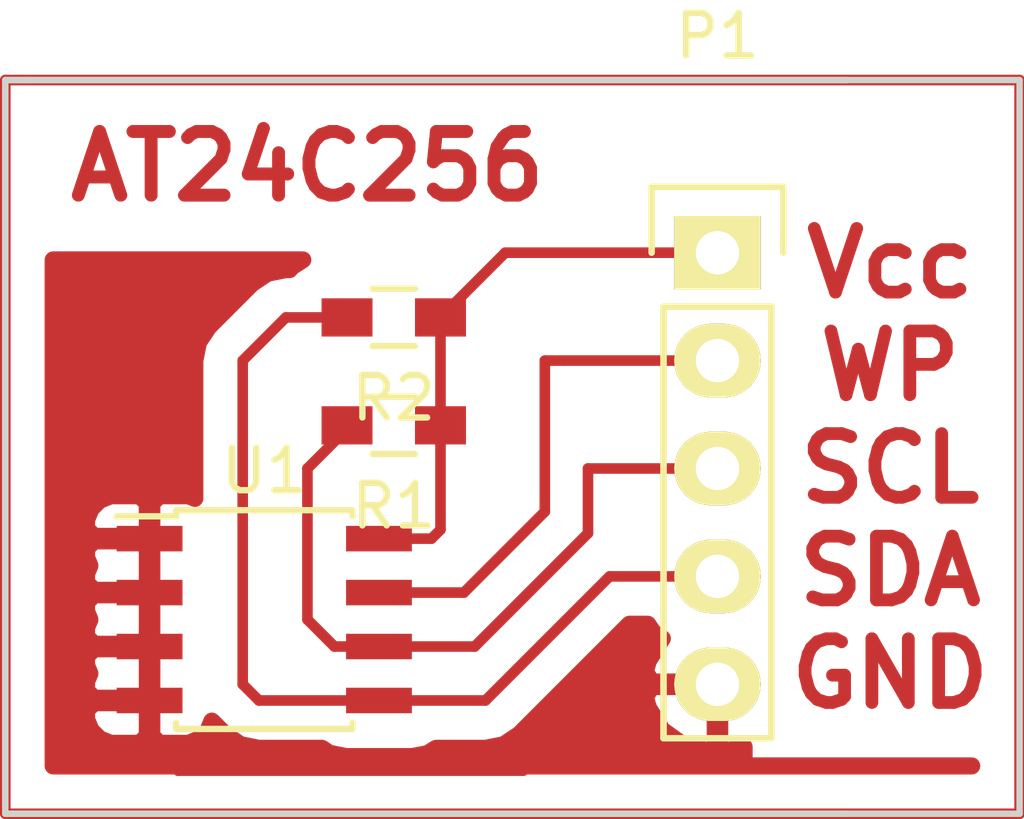
<source format=kicad_pcb>
(kicad_pcb (version 4) (host pcbnew 4.0.2-stable)

  (general
    (links 17)
    (no_connects 0)
    (area 109.910999 94.359 134.437002 114.117002)
    (thickness 1.6)
    (drawings 14)
    (tracks 41)
    (zones 0)
    (modules 5)
    (nets 6)
  )

  (page A4)
  (layers
    (0 F.Cu signal)
    (31 B.Cu signal)
    (32 B.Adhes user)
    (33 F.Adhes user)
    (34 B.Paste user)
    (35 F.Paste user)
    (36 B.SilkS user)
    (37 F.SilkS user)
    (38 B.Mask user)
    (39 F.Mask user)
    (40 Dwgs.User user)
    (41 Cmts.User user)
    (42 Eco1.User user)
    (43 Eco2.User user)
    (44 Edge.Cuts user)
    (45 Margin user)
    (46 B.CrtYd user)
    (47 F.CrtYd user)
    (48 B.Fab user)
    (49 F.Fab user)
  )

  (setup
    (last_trace_width 0.25)
    (trace_clearance 0.2)
    (zone_clearance 0.8)
    (zone_45_only no)
    (trace_min 0.2)
    (segment_width 0.2)
    (edge_width 0.15)
    (via_size 0.6)
    (via_drill 0.4)
    (via_min_size 0.4)
    (via_min_drill 0.3)
    (uvia_size 0.3)
    (uvia_drill 0.1)
    (uvias_allowed no)
    (uvia_min_size 0.2)
    (uvia_min_drill 0.1)
    (pcb_text_width 0.3)
    (pcb_text_size 1.5 1.5)
    (mod_edge_width 0.15)
    (mod_text_size 1 1)
    (mod_text_width 0.15)
    (pad_size 1.524 1.524)
    (pad_drill 0.762)
    (pad_to_mask_clearance 0.2)
    (aux_axis_origin 0 0)
    (visible_elements FFFFFF7F)
    (pcbplotparams
      (layerselection 0x00000_00000001)
      (usegerberextensions false)
      (excludeedgelayer true)
      (linewidth 0.100000)
      (plotframeref false)
      (viasonmask true)
      (mode 1)
      (useauxorigin false)
      (hpglpennumber 1)
      (hpglpenspeed 20)
      (hpglpendiameter 15)
      (hpglpenoverlay 2)
      (psnegative false)
      (psa4output false)
      (plotreference true)
      (plotvalue true)
      (plotinvisibletext false)
      (padsonsilk false)
      (subtractmaskfromsilk false)
      (outputformat 5)
      (mirror true)
      (drillshape 0)
      (scaleselection 1)
      (outputdirectory ""))
  )

  (net 0 "")
  (net 1 "Net-(P1-Pad1)")
  (net 2 "Net-(P1-Pad2)")
  (net 3 "Net-(P1-Pad3)")
  (net 4 "Net-(P1-Pad4)")
  (net 5 "Net-(P1-Pad5)")

  (net_class Default "This is the default net class."
    (clearance 0.2)
    (trace_width 0.25)
    (via_dia 0.6)
    (via_drill 0.4)
    (uvia_dia 0.3)
    (uvia_drill 0.1)
    (add_net "Net-(P1-Pad1)")
    (add_net "Net-(P1-Pad2)")
    (add_net "Net-(P1-Pad3)")
    (add_net "Net-(P1-Pad4)")
    (add_net "Net-(P1-Pad5)")
  )

  (module Pin_Headers:Pin_Header_Straight_1x05 (layer F.Cu) (tedit 54EA0684) (tstamp 570EAC1A)
    (at 127 100.584)
    (descr "Through hole pin header")
    (tags "pin header")
    (path /570EAC3C)
    (fp_text reference P1 (at 0 -5.1) (layer F.SilkS)
      (effects (font (size 1 1) (thickness 0.15)))
    )
    (fp_text value CONN_01X05 (at 0 -3.1) (layer F.Fab)
      (effects (font (size 1 1) (thickness 0.15)))
    )
    (fp_line (start -1.55 0) (end -1.55 -1.55) (layer F.SilkS) (width 0.15))
    (fp_line (start -1.55 -1.55) (end 1.55 -1.55) (layer F.SilkS) (width 0.15))
    (fp_line (start 1.55 -1.55) (end 1.55 0) (layer F.SilkS) (width 0.15))
    (fp_line (start -1.75 -1.75) (end -1.75 11.95) (layer F.CrtYd) (width 0.05))
    (fp_line (start 1.75 -1.75) (end 1.75 11.95) (layer F.CrtYd) (width 0.05))
    (fp_line (start -1.75 -1.75) (end 1.75 -1.75) (layer F.CrtYd) (width 0.05))
    (fp_line (start -1.75 11.95) (end 1.75 11.95) (layer F.CrtYd) (width 0.05))
    (fp_line (start 1.27 1.27) (end 1.27 11.43) (layer F.SilkS) (width 0.15))
    (fp_line (start 1.27 11.43) (end -1.27 11.43) (layer F.SilkS) (width 0.15))
    (fp_line (start -1.27 11.43) (end -1.27 1.27) (layer F.SilkS) (width 0.15))
    (fp_line (start 1.27 1.27) (end -1.27 1.27) (layer F.SilkS) (width 0.15))
    (pad 1 thru_hole rect (at 0 0) (size 2.032 1.7272) (drill 1.016) (layers *.Cu *.Mask F.SilkS)
      (net 1 "Net-(P1-Pad1)"))
    (pad 2 thru_hole oval (at 0 2.54) (size 2.032 1.7272) (drill 1.016) (layers *.Cu *.Mask F.SilkS)
      (net 2 "Net-(P1-Pad2)"))
    (pad 3 thru_hole oval (at 0 5.08) (size 2.032 1.7272) (drill 1.016) (layers *.Cu *.Mask F.SilkS)
      (net 3 "Net-(P1-Pad3)"))
    (pad 4 thru_hole oval (at 0 7.62) (size 2.032 1.7272) (drill 1.016) (layers *.Cu *.Mask F.SilkS)
      (net 4 "Net-(P1-Pad4)"))
    (pad 5 thru_hole oval (at 0 10.16) (size 2.032 1.7272) (drill 1.016) (layers *.Cu *.Mask F.SilkS)
      (net 5 "Net-(P1-Pad5)"))
    (model Pin_Headers.3dshapes/Pin_Header_Straight_1x05.wrl
      (at (xyz 0 -0.2 0))
      (scale (xyz 1 1 1))
      (rotate (xyz 0 0 90))
    )
  )

  (module Pin_Headers:Pin_Header_Straight_1x05 (layer F.Cu) (tedit 54EA0684) (tstamp 570EAB92)
    (at 127 100.584)
    (descr "Through hole pin header")
    (tags "pin header")
    (path /570EAC3C)
    (fp_text reference P1 (at 0 -5.1) (layer F.SilkS)
      (effects (font (size 1 1) (thickness 0.15)))
    )
    (fp_text value CONN_01X05 (at 0 -3.1) (layer F.Fab)
      (effects (font (size 1 1) (thickness 0.15)))
    )
    (fp_line (start -1.55 0) (end -1.55 -1.55) (layer F.SilkS) (width 0.15))
    (fp_line (start -1.55 -1.55) (end 1.55 -1.55) (layer F.SilkS) (width 0.15))
    (fp_line (start 1.55 -1.55) (end 1.55 0) (layer F.SilkS) (width 0.15))
    (fp_line (start -1.75 -1.75) (end -1.75 11.95) (layer F.CrtYd) (width 0.05))
    (fp_line (start 1.75 -1.75) (end 1.75 11.95) (layer F.CrtYd) (width 0.05))
    (fp_line (start -1.75 -1.75) (end 1.75 -1.75) (layer F.CrtYd) (width 0.05))
    (fp_line (start -1.75 11.95) (end 1.75 11.95) (layer F.CrtYd) (width 0.05))
    (fp_line (start 1.27 1.27) (end 1.27 11.43) (layer F.SilkS) (width 0.15))
    (fp_line (start 1.27 11.43) (end -1.27 11.43) (layer F.SilkS) (width 0.15))
    (fp_line (start -1.27 11.43) (end -1.27 1.27) (layer F.SilkS) (width 0.15))
    (fp_line (start 1.27 1.27) (end -1.27 1.27) (layer F.SilkS) (width 0.15))
    (pad 1 thru_hole rect (at 0 0) (size 2.032 1.7272) (drill 1.016) (layers *.Cu *.Mask F.SilkS)
      (net 1 "Net-(P1-Pad1)"))
    (pad 2 thru_hole oval (at 0 2.54) (size 2.032 1.7272) (drill 1.016) (layers *.Cu *.Mask F.SilkS)
      (net 2 "Net-(P1-Pad2)"))
    (pad 3 thru_hole oval (at 0 5.08) (size 2.032 1.7272) (drill 1.016) (layers *.Cu *.Mask F.SilkS)
      (net 3 "Net-(P1-Pad3)"))
    (pad 4 thru_hole oval (at 0 7.62) (size 2.032 1.7272) (drill 1.016) (layers *.Cu *.Mask F.SilkS)
      (net 4 "Net-(P1-Pad4)"))
    (pad 5 thru_hole oval (at 0 10.16) (size 2.032 1.7272) (drill 1.016) (layers *.Cu *.Mask F.SilkS)
      (net 5 "Net-(P1-Pad5)"))
    (model Pin_Headers.3dshapes/Pin_Header_Straight_1x05.wrl
      (at (xyz 0 -0.2 0))
      (scale (xyz 1 1 1))
      (rotate (xyz 0 0 90))
    )
  )

  (module Resistors_SMD:R_0603_HandSoldering (layer F.Cu) (tedit 5418A00F) (tstamp 570EB81D)
    (at 119.38 104.648 180)
    (descr "Resistor SMD 0603, hand soldering")
    (tags "resistor 0603")
    (path /570EB74E)
    (attr smd)
    (fp_text reference R1 (at 0 -1.9 180) (layer F.SilkS)
      (effects (font (size 1 1) (thickness 0.15)))
    )
    (fp_text value 4.7k (at 0 1.9 180) (layer F.Fab)
      (effects (font (size 1 1) (thickness 0.15)))
    )
    (fp_line (start -2 -0.8) (end 2 -0.8) (layer F.CrtYd) (width 0.05))
    (fp_line (start -2 0.8) (end 2 0.8) (layer F.CrtYd) (width 0.05))
    (fp_line (start -2 -0.8) (end -2 0.8) (layer F.CrtYd) (width 0.05))
    (fp_line (start 2 -0.8) (end 2 0.8) (layer F.CrtYd) (width 0.05))
    (fp_line (start 0.5 0.675) (end -0.5 0.675) (layer F.SilkS) (width 0.15))
    (fp_line (start -0.5 -0.675) (end 0.5 -0.675) (layer F.SilkS) (width 0.15))
    (pad 1 smd rect (at -1.1 0 180) (size 1.2 0.9) (layers F.Cu F.Paste F.Mask)
      (net 1 "Net-(P1-Pad1)"))
    (pad 2 smd rect (at 1.1 0 180) (size 1.2 0.9) (layers F.Cu F.Paste F.Mask)
      (net 3 "Net-(P1-Pad3)"))
    (model Resistors_SMD.3dshapes/R_0603_HandSoldering.wrl
      (at (xyz 0 0 0))
      (scale (xyz 1 1 1))
      (rotate (xyz 0 0 0))
    )
  )

  (module Resistors_SMD:R_0603_HandSoldering (layer F.Cu) (tedit 5418A00F) (tstamp 570EB823)
    (at 119.38 102.108 180)
    (descr "Resistor SMD 0603, hand soldering")
    (tags "resistor 0603")
    (path /570EB972)
    (attr smd)
    (fp_text reference R2 (at 0 -1.9 180) (layer F.SilkS)
      (effects (font (size 1 1) (thickness 0.15)))
    )
    (fp_text value 4.7k (at 0 1.9 180) (layer F.Fab)
      (effects (font (size 1 1) (thickness 0.15)))
    )
    (fp_line (start -2 -0.8) (end 2 -0.8) (layer F.CrtYd) (width 0.05))
    (fp_line (start -2 0.8) (end 2 0.8) (layer F.CrtYd) (width 0.05))
    (fp_line (start -2 -0.8) (end -2 0.8) (layer F.CrtYd) (width 0.05))
    (fp_line (start 2 -0.8) (end 2 0.8) (layer F.CrtYd) (width 0.05))
    (fp_line (start 0.5 0.675) (end -0.5 0.675) (layer F.SilkS) (width 0.15))
    (fp_line (start -0.5 -0.675) (end 0.5 -0.675) (layer F.SilkS) (width 0.15))
    (pad 1 smd rect (at -1.1 0 180) (size 1.2 0.9) (layers F.Cu F.Paste F.Mask)
      (net 1 "Net-(P1-Pad1)"))
    (pad 2 smd rect (at 1.1 0 180) (size 1.2 0.9) (layers F.Cu F.Paste F.Mask)
      (net 4 "Net-(P1-Pad4)"))
    (model Resistors_SMD.3dshapes/R_0603_HandSoldering.wrl
      (at (xyz 0 0 0))
      (scale (xyz 1 1 1))
      (rotate (xyz 0 0 0))
    )
  )

  (module Housings_SOIC:SOIC-8_3.9x4.9mm_Pitch1.27mm (layer F.Cu) (tedit 54130A77) (tstamp 570EB82F)
    (at 116.332 109.22)
    (descr "8-Lead Plastic Small Outline (SN) - Narrow, 3.90 mm Body [SOIC] (see Microchip Packaging Specification 00000049BS.pdf)")
    (tags "SOIC 1.27")
    (path /570EAAA2)
    (attr smd)
    (fp_text reference U1 (at 0 -3.5) (layer F.SilkS)
      (effects (font (size 1 1) (thickness 0.15)))
    )
    (fp_text value 24C512 (at 0 3.5) (layer F.Fab)
      (effects (font (size 1 1) (thickness 0.15)))
    )
    (fp_line (start -3.75 -2.75) (end -3.75 2.75) (layer F.CrtYd) (width 0.05))
    (fp_line (start 3.75 -2.75) (end 3.75 2.75) (layer F.CrtYd) (width 0.05))
    (fp_line (start -3.75 -2.75) (end 3.75 -2.75) (layer F.CrtYd) (width 0.05))
    (fp_line (start -3.75 2.75) (end 3.75 2.75) (layer F.CrtYd) (width 0.05))
    (fp_line (start -2.075 -2.575) (end -2.075 -2.43) (layer F.SilkS) (width 0.15))
    (fp_line (start 2.075 -2.575) (end 2.075 -2.43) (layer F.SilkS) (width 0.15))
    (fp_line (start 2.075 2.575) (end 2.075 2.43) (layer F.SilkS) (width 0.15))
    (fp_line (start -2.075 2.575) (end -2.075 2.43) (layer F.SilkS) (width 0.15))
    (fp_line (start -2.075 -2.575) (end 2.075 -2.575) (layer F.SilkS) (width 0.15))
    (fp_line (start -2.075 2.575) (end 2.075 2.575) (layer F.SilkS) (width 0.15))
    (fp_line (start -2.075 -2.43) (end -3.475 -2.43) (layer F.SilkS) (width 0.15))
    (pad 1 smd rect (at -2.7 -1.905) (size 1.55 0.6) (layers F.Cu F.Paste F.Mask)
      (net 5 "Net-(P1-Pad5)"))
    (pad 2 smd rect (at -2.7 -0.635) (size 1.55 0.6) (layers F.Cu F.Paste F.Mask)
      (net 5 "Net-(P1-Pad5)"))
    (pad 3 smd rect (at -2.7 0.635) (size 1.55 0.6) (layers F.Cu F.Paste F.Mask)
      (net 5 "Net-(P1-Pad5)"))
    (pad 4 smd rect (at -2.7 1.905) (size 1.55 0.6) (layers F.Cu F.Paste F.Mask)
      (net 5 "Net-(P1-Pad5)"))
    (pad 5 smd rect (at 2.7 1.905) (size 1.55 0.6) (layers F.Cu F.Paste F.Mask)
      (net 4 "Net-(P1-Pad4)"))
    (pad 6 smd rect (at 2.7 0.635) (size 1.55 0.6) (layers F.Cu F.Paste F.Mask)
      (net 3 "Net-(P1-Pad3)"))
    (pad 7 smd rect (at 2.7 -0.635) (size 1.55 0.6) (layers F.Cu F.Paste F.Mask)
      (net 2 "Net-(P1-Pad2)"))
    (pad 8 smd rect (at 2.7 -1.905) (size 1.55 0.6) (layers F.Cu F.Paste F.Mask)
      (net 1 "Net-(P1-Pad1)"))
    (model Housings_SOIC.3dshapes/SOIC-8_3.9x4.9mm_Pitch1.27mm.wrl
      (at (xyz 0 0 0))
      (scale (xyz 1 1 1))
      (rotate (xyz 0 0 0))
    )
  )

  (gr_line (start 134.112 113.792) (end 130.048 113.792) (angle 90) (layer Edge.Cuts) (width 0.15))
  (gr_line (start 134.112 96.52) (end 134.112 113.792) (angle 90) (layer Edge.Cuts) (width 0.15))
  (gr_line (start 130.048 96.52) (end 134.112 96.52) (angle 90) (layer Edge.Cuts) (width 0.15))
  (gr_text "Vcc\nWP\nSCL\nSDA\nGND" (at 131.064 105.664) (layer F.Cu)
    (effects (font (size 1.5 1.5) (thickness 0.3)))
  )
  (gr_line (start 110.744 96.52) (end 130.048 96.52) (angle 90) (layer Edge.Cuts) (width 0.15) (tstamp 570EAC47))
  (gr_line (start 130.048 113.792) (end 110.236 113.792) (angle 90) (layer Edge.Cuts) (width 0.15) (tstamp 570EAC45))
  (gr_line (start 110.236 113.792) (end 110.236 96.52) (angle 90) (layer Edge.Cuts) (width 0.15) (tstamp 570EAC44))
  (gr_line (start 110.236 96.52) (end 110.744 96.52) (angle 90) (layer Edge.Cuts) (width 0.15) (tstamp 570EAC43))
  (gr_text AT24C256 (at 117.348 98.552) (layer F.Cu) (tstamp 570EAC42)
    (effects (font (size 1.5 1.5) (thickness 0.3)))
  )
  (gr_text AT24C256 (at 117.348 98.552) (layer F.Cu)
    (effects (font (size 1.5 1.5) (thickness 0.3)))
  )
  (gr_line (start 110.236 96.52) (end 110.744 96.52) (angle 90) (layer Edge.Cuts) (width 0.15))
  (gr_line (start 110.236 113.792) (end 110.236 96.52) (angle 90) (layer Edge.Cuts) (width 0.15))
  (gr_line (start 130.048 113.792) (end 110.236 113.792) (angle 90) (layer Edge.Cuts) (width 0.15))
  (gr_line (start 110.744 96.52) (end 130.048 96.52) (angle 90) (layer Edge.Cuts) (width 0.15))

  (segment (start 110.236 113.792) (end 110.236 96.52) (width 0.25) (layer F.Cu) (net 0))
  (segment (start 134.112 113.792) (end 134.112 96.52) (width 0.25) (layer F.Cu) (net 0))
  (segment (start 134.112 96.52) (end 110.236 96.52) (width 0.25) (layer F.Cu) (net 0))
  (segment (start 110.236 113.792) (end 134.112 113.792) (width 0.25) (layer F.Cu) (net 0))
  (segment (start 119.032 107.315) (end 120.269 107.315) (width 0.25) (layer F.Cu) (net 1) (status 400000))
  (segment (start 120.48 107.104) (end 120.48 104.648) (width 0.25) (layer F.Cu) (net 1) (tstamp 570EB884) (status 800000))
  (segment (start 120.269 107.315) (end 120.48 107.104) (width 0.25) (layer F.Cu) (net 1) (tstamp 570EB883))
  (segment (start 120.48 102.108) (end 120.48 104.648) (width 0.25) (layer F.Cu) (net 1) (status C00000))
  (segment (start 127 100.584) (end 122.004 100.584) (width 0.25) (layer F.Cu) (net 1) (status 400000))
  (segment (start 122.004 100.584) (end 120.48 102.108) (width 0.25) (layer F.Cu) (net 1) (tstamp 570EB878) (status 800000))
  (segment (start 119.032 108.585) (end 121.031 108.585) (width 0.25) (layer F.Cu) (net 2) (status 400000))
  (segment (start 122.936 103.124) (end 127 103.124) (width 0.25) (layer F.Cu) (net 2) (tstamp 570EB88B) (status 800000))
  (segment (start 122.936 106.68) (end 122.936 103.124) (width 0.25) (layer F.Cu) (net 2) (tstamp 570EB889))
  (segment (start 121.031 108.585) (end 122.936 106.68) (width 0.25) (layer F.Cu) (net 2) (tstamp 570EB887))
  (segment (start 119.032 109.855) (end 121.285 109.855) (width 0.25) (layer F.Cu) (net 3) (status 400000))
  (segment (start 123.952 105.664) (end 127 105.664) (width 0.25) (layer F.Cu) (net 3) (tstamp 570EB898) (status 800000))
  (segment (start 123.952 107.188) (end 123.952 105.664) (width 0.25) (layer F.Cu) (net 3) (tstamp 570EB896))
  (segment (start 121.285 109.855) (end 123.952 107.188) (width 0.25) (layer F.Cu) (net 3) (tstamp 570EB894))
  (segment (start 118.28 104.648) (end 118.28 104.732) (width 0.25) (layer F.Cu) (net 3) (status C00000))
  (segment (start 118.28 104.732) (end 117.348 105.664) (width 0.25) (layer F.Cu) (net 3) (tstamp 570EB88E) (status 400000))
  (segment (start 117.348 105.664) (end 117.348 109.22) (width 0.25) (layer F.Cu) (net 3) (tstamp 570EB88F))
  (segment (start 117.348 109.22) (end 117.983 109.855) (width 0.25) (layer F.Cu) (net 3) (tstamp 570EB890))
  (segment (start 117.983 109.855) (end 119.032 109.855) (width 0.25) (layer F.Cu) (net 3) (tstamp 570EB891) (status 800000))
  (segment (start 126.873 105.791) (end 127 105.664) (width 0.25) (layer F.Cu) (net 3) (tstamp 570EAC38))
  (segment (start 126.873 105.791) (end 127 105.664) (width 0.25) (layer F.Cu) (net 3) (tstamp 570EABE1))
  (segment (start 118.28 102.108) (end 116.84 102.108) (width 0.25) (layer F.Cu) (net 4) (status 400000))
  (segment (start 116.205 111.125) (end 119.032 111.125) (width 0.25) (layer F.Cu) (net 4) (tstamp 570EB8B5) (status 800000))
  (segment (start 115.824 110.744) (end 116.205 111.125) (width 0.25) (layer F.Cu) (net 4) (tstamp 570EB8B4))
  (segment (start 115.824 103.124) (end 115.824 110.744) (width 0.25) (layer F.Cu) (net 4) (tstamp 570EB8B2))
  (segment (start 116.84 102.108) (end 115.824 103.124) (width 0.25) (layer F.Cu) (net 4) (tstamp 570EB8AE))
  (segment (start 119.032 111.125) (end 121.539 111.125) (width 0.25) (layer F.Cu) (net 4) (status 400000))
  (segment (start 124.46 108.204) (end 127 108.204) (width 0.25) (layer F.Cu) (net 4) (tstamp 570EB89D) (status 800000))
  (segment (start 121.539 111.125) (end 124.46 108.204) (width 0.25) (layer F.Cu) (net 4) (tstamp 570EB89B))
  (segment (start 113.632 108.585) (end 113.632 107.315) (width 0.25) (layer F.Cu) (net 5) (status C00000))
  (segment (start 113.632 109.855) (end 113.632 108.585) (width 0.25) (layer F.Cu) (net 5) (status C00000))
  (segment (start 113.632 111.125) (end 113.632 109.855) (width 0.25) (layer F.Cu) (net 5) (status C00000))
  (segment (start 113.632 111.125) (end 113.632 112.108) (width 0.25) (layer F.Cu) (net 5) (status 400000))
  (segment (start 124.46 110.744) (end 127 110.744) (width 0.25) (layer F.Cu) (net 5) (tstamp 570EB8A4) (status 800000))
  (segment (start 122.428 112.776) (end 124.46 110.744) (width 0.25) (layer F.Cu) (net 5) (tstamp 570EB8A2))
  (segment (start 114.3 112.776) (end 122.428 112.776) (width 0.25) (layer F.Cu) (net 5) (tstamp 570EB8A1))
  (segment (start 113.632 112.108) (end 114.3 112.776) (width 0.25) (layer F.Cu) (net 5) (tstamp 570EB8A0))

  (zone (net 5) (net_name "Net-(P1-Pad5)") (layer F.Cu) (tstamp 570EB8D3) (hatch edge 0.508)
    (connect_pads (clearance 0.8))
    (min_thickness 0.4)
    (fill yes (arc_segments 16) (thermal_gap 0.508) (thermal_bridge_width 0.508))
    (polygon
      (pts
        (xy 134.112 113.792) (xy 110.236 113.792) (xy 110.236 96.52) (xy 134.112 96.52) (xy 134.112 113.792)
      )
    )
    (filled_polygon
      (pts
        (xy 116.969069 100.927149) (xy 116.930908 100.983) (xy 116.84 100.983) (xy 116.409481 101.068636) (xy 116.122486 101.2604)
        (xy 116.044505 101.312505) (xy 115.028505 102.328505) (xy 114.784636 102.693481) (xy 114.699 103.124) (xy 114.699 106.369617)
        (xy 114.54783 106.307) (xy 113.863 106.307) (xy 113.686 106.484) (xy 113.686 107.261) (xy 113.706 107.261)
        (xy 113.706 107.369) (xy 113.686 107.369) (xy 113.686 108.531) (xy 113.706 108.531) (xy 113.706 108.639)
        (xy 113.686 108.639) (xy 113.686 109.801) (xy 113.706 109.801) (xy 113.706 109.909) (xy 113.686 109.909)
        (xy 113.686 111.071) (xy 113.706 111.071) (xy 113.706 111.179) (xy 113.686 111.179) (xy 113.686 111.956)
        (xy 113.863 112.133) (xy 114.54783 112.133) (xy 114.80805 112.025213) (xy 115.007213 111.82605) (xy 115.09738 111.60837)
        (xy 115.409505 111.920495) (xy 115.774481 112.164364) (xy 116.205 112.25) (xy 117.693094 112.25) (xy 117.860322 112.364262)
        (xy 118.257 112.444591) (xy 119.807 112.444591) (xy 120.177578 112.374862) (xy 120.371619 112.25) (xy 121.539 112.25)
        (xy 121.969519 112.164364) (xy 122.334495 111.920495) (xy 123.211948 111.043042) (xy 125.304713 111.043042) (xy 125.374966 111.295535)
        (xy 125.698127 111.817105) (xy 126.196285 112.175304) (xy 126.7936 112.3156) (xy 126.946 112.3156) (xy 126.946 110.798)
        (xy 125.454046 110.798) (xy 125.304713 111.043042) (xy 123.211948 111.043042) (xy 124.92599 109.329) (xy 125.361539 109.329)
        (xy 125.49034 109.521764) (xy 125.705546 109.66556) (xy 125.698127 109.670895) (xy 125.374966 110.192465) (xy 125.304713 110.444958)
        (xy 125.454046 110.69) (xy 126.946 110.69) (xy 126.946 110.67) (xy 127.054 110.67) (xy 127.054 110.69)
        (xy 127.074 110.69) (xy 127.074 110.798) (xy 127.054 110.798) (xy 127.054 112.3156) (xy 127.2064 112.3156)
        (xy 127.628286 112.216508) (xy 127.628286 112.664) (xy 132.987 112.664) (xy 132.987 112.667) (xy 111.361 112.667)
        (xy 111.361 111.356) (xy 112.149 111.356) (xy 112.149 111.56583) (xy 112.256787 111.82605) (xy 112.45595 112.025213)
        (xy 112.71617 112.133) (xy 113.401 112.133) (xy 113.578 111.956) (xy 113.578 111.179) (xy 112.326 111.179)
        (xy 112.149 111.356) (xy 111.361 111.356) (xy 111.361 110.086) (xy 112.149 110.086) (xy 112.149 110.29583)
        (xy 112.229428 110.49) (xy 112.149 110.68417) (xy 112.149 110.894) (xy 112.326 111.071) (xy 113.578 111.071)
        (xy 113.578 109.909) (xy 112.326 109.909) (xy 112.149 110.086) (xy 111.361 110.086) (xy 111.361 108.816)
        (xy 112.149 108.816) (xy 112.149 109.02583) (xy 112.229428 109.22) (xy 112.149 109.41417) (xy 112.149 109.624)
        (xy 112.326 109.801) (xy 113.578 109.801) (xy 113.578 108.639) (xy 112.326 108.639) (xy 112.149 108.816)
        (xy 111.361 108.816) (xy 111.361 107.546) (xy 112.149 107.546) (xy 112.149 107.75583) (xy 112.229428 107.95)
        (xy 112.149 108.14417) (xy 112.149 108.354) (xy 112.326 108.531) (xy 113.578 108.531) (xy 113.578 107.369)
        (xy 112.326 107.369) (xy 112.149 107.546) (xy 111.361 107.546) (xy 111.361 106.87417) (xy 112.149 106.87417)
        (xy 112.149 107.084) (xy 112.326 107.261) (xy 113.578 107.261) (xy 113.578 106.484) (xy 113.401 106.307)
        (xy 112.71617 106.307) (xy 112.45595 106.414787) (xy 112.256787 106.61395) (xy 112.149 106.87417) (xy 111.361 106.87417)
        (xy 111.361 100.752) (xy 117.241258 100.752)
      )
    )
  )
)

</source>
